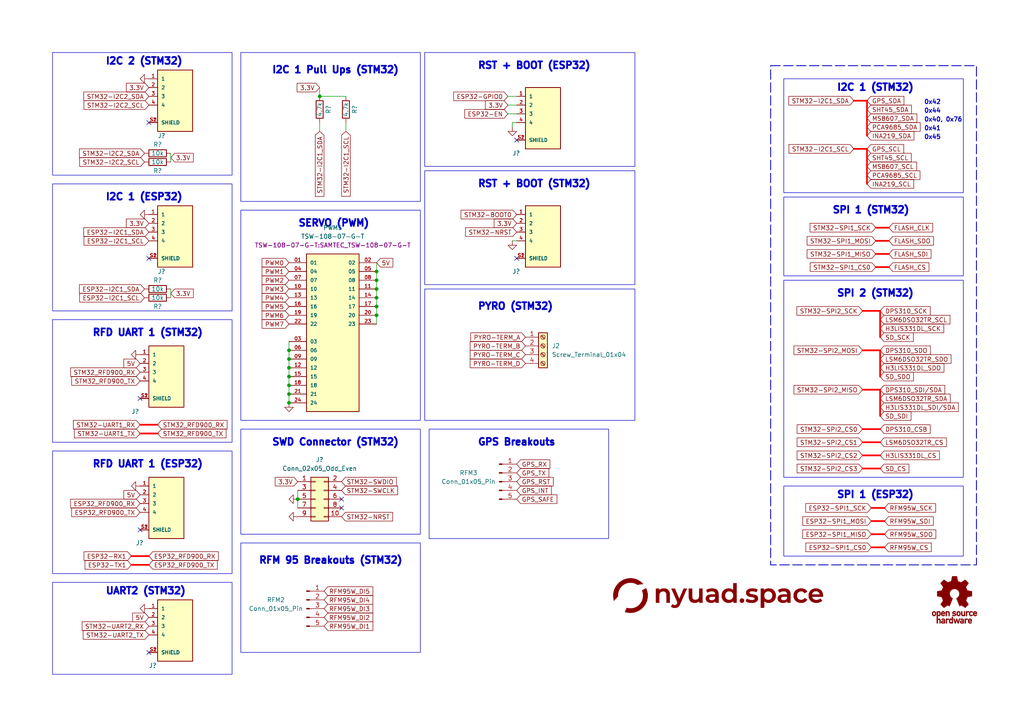
<source format=kicad_sch>
(kicad_sch (version 20230121) (generator eeschema)
  (paper "A4")
  (title_block (title "Connections & Peripherals") (company "Aether Flight Computer"))
  (lib_symbols
    (symbol "Connector:Conn_01x05_Pin" (pin_names (offset 1.016) hide)
      (property "Reference" "J" (at 0 7.62 0))
      (property "Value" "Conn_01x05_Pin" (at 0 -7.62 0))
      (symbol "Conn_01x05_Pin_1_1"
        (pin passive line (at 5.08 5.08 180) (length 3.81) (name "Pin_1") (number "1"))
        (pin passive line (at 5.08 2.54 180) (length 3.81) (name "Pin_2") (number "2"))
        (pin passive line (at 5.08 0 180) (length 3.81) (name "Pin_3") (number "3"))
        (pin passive line (at 5.08 -2.54 180) (length 3.81) (name "Pin_4") (number "4"))
        (pin passive line (at 5.08 -5.08 180) (length 3.81) (name "Pin_5") (number "5"))
      )
    )
    (symbol "Connector:Screw_Terminal_01x04" (pin_names (offset 1.016) hide)
      (property "Reference" "J" (at 0 5.08 0))
      (property "Value" "Screw_Terminal_01x04" (at 0 -7.62 0))
      (symbol "Screw_Terminal_01x04_1_1"
        (pin passive line (at -5.08 2.54 0) (length 3.81) (name "Pin_1") (number "1"))
        (pin passive line (at -5.08 0 0) (length 3.81) (name "Pin_2") (number "2"))
        (pin passive line (at -5.08 -2.54 0) (length 3.81) (name "Pin_3") (number "3"))
        (pin passive line (at -5.08 -5.08 0) (length 3.81) (name "Pin_4") (number "4"))
      )
    )
    (symbol "Connector_Generic:Conn_02x05_Odd_Even" (pin_names (offset 1.016) hide)
      (property "Reference" "J" (at 1.27 7.62 0))
      (property "Value" "Conn_02x05_Odd_Even" (at 1.27 -7.62 0))
      (symbol "Conn_02x05_Odd_Even_1_1"
        (pin passive line (at -5.08 5.08 0) (length 3.81) (name "Pin_1") (number "1"))
        (pin passive line (at 7.62 -5.08 180) (length 3.81) (name "Pin_10") (number "10"))
        (pin passive line (at 7.62 5.08 180) (length 3.81) (name "Pin_2") (number "2"))
        (pin passive line (at -5.08 2.54 0) (length 3.81) (name "Pin_3") (number "3"))
        (pin passive line (at 7.62 2.54 180) (length 3.81) (name "Pin_4") (number "4"))
        (pin passive line (at -5.08 0 0) (length 3.81) (name "Pin_5") (number "5"))
        (pin passive line (at 7.62 0 180) (length 3.81) (name "Pin_6") (number "6"))
        (pin passive line (at -5.08 -2.54 0) (length 3.81) (name "Pin_7") (number "7"))
        (pin passive line (at 7.62 -2.54 180) (length 3.81) (name "Pin_8") (number "8"))
        (pin passive line (at -5.08 -5.08 0) (length 3.81) (name "Pin_9") (number "9"))
      )
    )
    (symbol "Device:R" (pin_numbers hide) (pin_names (offset 0))
      (property "Reference" "R" (at 2.032 0 90))
      (property "Value" "R" (at 0 0 90))
      (symbol "R_1_1"
        (pin passive line (at 0 3.81 270) (length 1.27) (name "~") (number "1"))
        (pin passive line (at 0 -3.81 90) (length 1.27) (name "~") (number "2"))
      )
    )
    (symbol "SM04B-SRSS-TB_LF__SN_:SM04B-SRSS-TB(LF)(SN)" (pin_names (offset 1.016))
      (property "Reference" "J" (at -5.0831 8.1433 0))
      (property "Value" "SM04B-SRSS-TB(LF)(SN)" (at -5.0835 -11.9557 0))
      (symbol "SM04B-SRSS-TB(LF)(SN)_0_0"
        (pin passive line (at -7.62 5.08 0) (length 2.54) (name "1") (number "1"))
        (pin passive line (at -7.62 2.54 0) (length 2.54) (name "2") (number "2"))
        (pin passive line (at -7.62 0 0) (length 2.54) (name "3") (number "3"))
        (pin passive line (at -7.62 -2.54 0) (length 2.54) (name "4") (number "4"))
        (pin passive line (at -7.62 -7.62 0) (length 2.54) (name "SHIELD") (number "S1"))
        (pin passive line (at -7.62 -7.62 0) (length 2.54) (name "SHIELD") (number "S2"))
      )
    )
    (symbol "TSW-108-07-G-T:TSW-108-07-G-T" (pin_names (offset 1.016))
      (property "Reference" "J" (at -8.12 22.86 0))
      (property "Value" "TSW-108-07-G-T" (at -7.62 -25.4 0))
      (symbol "TSW-108-07-G-T_0_0"
        (pin passive line (at -12.7 20.32 0) (length 5.08) (name "01") (number "01"))
        (pin passive line (at 12.7 20.32 180) (length 5.08) (name "02") (number "02"))
        (pin passive line (at -12.7 -2.54 0) (length 5.08) (name "03") (number "03"))
        (pin passive line (at -12.7 17.78 0) (length 5.08) (name "04") (number "04"))
        (pin passive line (at 12.7 17.78 180) (length 5.08) (name "05") (number "05"))
        (pin passive line (at -12.7 -5.08 0) (length 5.08) (name "06") (number "06"))
        (pin passive line (at -12.7 15.24 0) (length 5.08) (name "07") (number "07"))
        (pin passive line (at 12.7 15.24 180) (length 5.08) (name "08") (number "08"))
        (pin passive line (at -12.7 -7.62 0) (length 5.08) (name "09") (number "09"))
        (pin passive line (at -12.7 12.7 0) (length 5.08) (name "10") (number "10"))
        (pin passive line (at 12.7 12.7 180) (length 5.08) (name "11") (number "11"))
        (pin passive line (at -12.7 -10.16 0) (length 5.08) (name "12") (number "12"))
        (pin passive line (at -12.7 10.16 0) (length 5.08) (name "13") (number "13"))
        (pin passive line (at 12.7 10.16 180) (length 5.08) (name "14") (number "14"))
        (pin passive line (at -12.7 -12.7 0) (length 5.08) (name "15") (number "15"))
        (pin passive line (at -12.7 7.62 0) (length 5.08) (name "16") (number "16"))
        (pin passive line (at 12.7 7.62 180) (length 5.08) (name "17") (number "17"))
        (pin passive line (at -12.7 -15.24 0) (length 5.08) (name "18") (number "18"))
        (pin passive line (at -12.7 5.08 0) (length 5.08) (name "19") (number "19"))
        (pin passive line (at 12.7 5.08 180) (length 5.08) (name "20") (number "20"))
        (pin passive line (at -12.7 -17.78 0) (length 5.08) (name "21") (number "21"))
        (pin passive line (at -12.7 2.54 0) (length 5.08) (name "22") (number "22"))
        (pin passive line (at 12.7 2.54 180) (length 5.08) (name "23") (number "23"))
        (pin passive line (at -12.7 -20.32 0) (length 5.08) (name "24") (number "24"))
      )
    )
    (symbol "nyuad_space:LOGO" (pin_names (offset 1.016)))
    (symbol "osh_logo:LOGO" (pin_names (offset 1.016)))
    (symbol "power:GND" (power) (pin_names (offset 0))
      (property "Value" "GND" (at 0 -3.81 0))
      (symbol "GND_1_1"
        (pin power_in line (at 0 0 270) (length 0) hide (name "GND") (number "1"))
      )
    )
  )
  (junction (at 109.22 83.82))
  (junction (at 83.82 101.6))
  (junction (at 83.82 104.14))
  (junction (at 83.82 111.76))
  (junction (at 109.22 88.9))
  (junction (at 83.82 106.68))
  (junction (at 92.71 27.94))
  (junction (at 86.36 144.78))
  (junction (at 109.22 91.44))
  (junction (at 83.82 116.84))
  (junction (at 83.82 109.22))
  (junction (at 83.82 114.3))
  (junction (at 109.22 81.28))
  (junction (at 109.22 86.36))
  (junction (at 109.22 78.74))
  (no_connect (at 149.86 74.93))
  (no_connect (at 40.64 115.57))
  (no_connect (at 99.06 147.32))
  (no_connect (at 99.06 144.78))
  (no_connect (at 43.18 35.56))
  (no_connect (at 149.86 40.64))
  (no_connect (at 43.18 74.93))
  (no_connect (at 40.64 153.67))
  (no_connect (at 43.18 189.23))
  (wire (pts (xy 92.71 27.94) (xy 100.33 27.94)))
  (wire (pts (xy 255.27 128.27) (xy 250.19 128.27)) (stroke (width 0.5) (color 255 0 0 1)))
  (wire (pts (xy 92.71 35.56) (xy 92.71 38.1)))
  (wire (pts (xy 83.82 111.76) (xy 83.82 114.3)))
  (wire (pts (xy 49.53 83.82) (xy 49.53 86.36)))
  (wire (pts (xy 255.27 101.6) (xy 250.19 101.6)) (stroke (width 0.5) (color 255 0 0 1)))
  (wire (pts (xy 257.81 73.66) (xy 254 73.66)) (stroke (width 0.5) (color 255 0 0 1)))
  (wire (pts (xy 43.18 163.83) (xy 38.1 163.83)) (stroke (width 0.5) (color 255 0 0 1)))
  (wire (pts (xy 251.46 29.21) (xy 251.46 39.37)) (stroke (width 0.5) (color 255 0 0 1)))
  (wire (pts (xy 149.86 30.48) (xy 147.32 30.48)))
  (wire (pts (xy 109.22 76.2) (xy 109.22 78.74)))
  (wire (pts (xy 109.22 86.36) (xy 109.22 88.9)))
  (wire (pts (xy 86.36 142.24) (xy 86.36 144.78)))
  (wire (pts (xy 257.81 66.04) (xy 254 66.04)) (stroke (width 0.5) (color 255 0 0 1)))
  (wire (pts (xy 251.46 43.18) (xy 251.46 53.34)) (stroke (width 0.5) (color 255 0 0 1)))
  (wire (pts (xy 255.27 124.46) (xy 250.19 124.46)) (stroke (width 0.5) (color 255 0 0 1)))
  (wire (pts (xy 109.22 78.74) (xy 109.22 81.28)))
  (wire (pts (xy 251.46 43.18) (xy 247.65 43.18)) (stroke (width 0.5) (color 255 0 0 1)))
  (wire (pts (xy 255.27 101.6) (xy 255.27 109.22)) (stroke (width 0.5) (color 255 0 0 1)))
  (wire (pts (xy 86.36 144.78) (xy 86.36 147.32)))
  (wire (pts (xy 45.72 125.73) (xy 40.64 125.73)) (stroke (width 0.5) (color 255 0 0 1)))
  (wire (pts (xy 148.59 69.85) (xy 149.86 69.85)))
  (wire (pts (xy 256.54 151.13) (xy 252.73 151.13)) (stroke (width 0.5) (color 255 0 0 1)))
  (wire (pts (xy 83.82 114.3) (xy 83.82 116.84)))
  (wire (pts (xy 92.71 25.4) (xy 92.71 27.94)))
  (wire (pts (xy 255.27 132.08) (xy 250.19 132.08)) (stroke (width 0.5) (color 255 0 0 1)))
  (wire (pts (xy 109.22 83.82) (xy 109.22 86.36)))
  (wire (pts (xy 255.27 135.89) (xy 250.19 135.89)) (stroke (width 0.5) (color 255 0 0 1)))
  (wire (pts (xy 83.82 101.6) (xy 83.82 104.14)))
  (wire (pts (xy 45.72 123.19) (xy 40.64 123.19)) (stroke (width 0.5) (color 255 0 0 1)))
  (wire (pts (xy 255.27 113.03) (xy 250.19 113.03)) (stroke (width 0.5) (color 255 0 0 1)))
  (wire (pts (xy 255.27 113.03) (xy 255.27 120.65)) (stroke (width 0.5) (color 255 0 0 1)))
  (wire (pts (xy 255.27 90.17) (xy 250.19 90.17)) (stroke (width 0.5) (color 255 0 0 1)))
  (wire (pts (xy 49.53 44.45) (xy 49.53 46.99)))
  (wire (pts (xy 109.22 81.28) (xy 109.22 83.82)))
  (wire (pts (xy 147.32 33.02) (xy 149.86 33.02)))
  (wire (pts (xy 257.81 69.85) (xy 254 69.85)) (stroke (width 0.5) (color 255 0 0 1)))
  (wire (pts (xy 257.81 77.47) (xy 254 77.47)) (stroke (width 0.5) (color 255 0 0 1)))
  (wire (pts (xy 83.82 109.22) (xy 83.82 111.76)))
  (wire (pts (xy 255.27 90.17) (xy 255.27 97.79)) (stroke (width 0.5) (color 255 0 0 1)))
  (wire (pts (xy 251.46 29.21) (xy 247.65 29.21)) (stroke (width 0.5) (color 255 0 0 1)))
  (wire (pts (xy 256.54 158.75) (xy 252.73 158.75)) (stroke (width 0.5) (color 255 0 0 1)))
  (wire (pts (xy 256.54 154.94) (xy 252.73 154.94)) (stroke (width 0.5) (color 255 0 0 1)))
  (wire (pts (xy 148.59 36.83) (xy 148.59 35.56)))
  (wire (pts (xy 256.54 147.32) (xy 252.73 147.32)) (stroke (width 0.5) (color 255 0 0 1)))
  (wire (pts (xy 100.33 35.56) (xy 100.33 38.1)))
  (wire (pts (xy 43.18 161.29) (xy 38.1 161.29)) (stroke (width 0.5) (color 255 0 0 1)))
  (wire (pts (xy 147.32 27.94) (xy 149.86 27.94)))
  (wire (pts (xy 83.82 106.68) (xy 83.82 109.22)))
  (wire (pts (xy 83.82 104.14) (xy 83.82 106.68)))
  (wire (pts (xy 83.82 99.06) (xy 83.82 101.6)))
  (wire (pts (xy 148.59 35.56) (xy 149.86 35.56)))
  (wire (pts (xy 109.22 88.9) (xy 109.22 91.44)))
  (wire (pts (xy 109.22 91.44) (xy 109.22 93.98)))
  (rectangle (start 227.33 57.15) (end 279.4 80.01))
  (rectangle (start 227.33 22.86) (end 279.4 55.88))
  (rectangle (start 123.19 49.53) (end 184.15 82.55))
  (rectangle (start 227.33 140.97) (end 279.4 161.29))
  (rectangle (start 124.46 124.46) (end 176.53 156.21))
  (rectangle (start 227.33 81.28) (end 279.4 138.43))
  (rectangle (start 15.24 168.91) (end 67.31 195.58))
  (rectangle (start 123.19 83.82) (end 184.15 121.92))
  (rectangle (start 69.85 60.96) (end 121.92 121.92))
  (rectangle (start 69.85 157.48) (end 121.92 189.23))
  (rectangle (start 15.24 53.34) (end 67.31 90.17))
  (rectangle (start 15.24 130.81) (end 67.31 166.37))
  (rectangle (start 123.19 15.24) (end 184.15 48.26))
  (rectangle (start 223.52 19.05) (end 283.21 163.83) (stroke (width 0.25) (type dash)))
  (rectangle (start 69.85 15.24) (end 121.92 58.42))
  (rectangle (start 69.85 124.46) (end 121.92 154.94))
  (rectangle (start 15.24 92.71) (end 67.31 128.27))
  (rectangle (start 15.24 15.24) (end 67.31 50.8))
  (text "SERVO (PWM)" (at 86.36 66.04 0) (effects (font (size 2 2) (thickness 0.8) bold) (justify left bottom)))
  (text "I2C 1 Pull Ups (STM32)" (at 78.74 21.59 0) (effects (font (size 2 2) (thickness 0.8) bold) (justify left bottom)))
  (text "RFD UART 1 (ESP32)" (at 26.67 135.89 0) (effects (font (size 2 2) (thickness 0.8) bold) (justify left bottom)))
  (text "I2C 2 (STM32)" (at 30.48 19.05 0) (effects (font (size 2 2) (thickness 0.8) bold) (justify left bottom)))
  (text "UART2 (STM32)" (at 30.48 172.72 0) (effects (font (size 2 2) (thickness 0.8) bold) (justify left bottom)))
  (text "0x45" (at 267.97 40.64 0) (effects (font (size 1.27 1.27) bold) (justify left bottom)))
  (text "RFM 95 Breakouts (STM32)" (at 74.93 163.83 0) (effects (font (size 2 2) (thickness 0.8) bold) (justify left bottom)))
  (text "PYRO (STM32)" (at 138.43 90.17 0) (effects (font (size 2 2) (thickness 0.8) bold) (justify left bottom)))
  (text "SWD Connector (STM32)" (at 78.74 129.54 0) (effects (font (size 2 2) (thickness 0.8) bold) (justify left bottom)))
  (text "0x40, 0x76" (at 267.97 35.56 0) (effects (font (size 1.27 1.27) bold) (justify left bottom)))
  (text "GPS Breakouts\n" (at 138.43 129.54 0) (effects (font (size 2 2) (thickness 0.8) bold) (justify left bottom)))
  (text "RFD UART 1 (STM32)" (at 26.67 97.79 0) (effects (font (size 2 2) (thickness 0.8) bold) (justify left bottom)))
  (text "SPI 1 (ESP32)" (at 242.57 144.78 0) (effects (font (size 2 2) (thickness 0.8) bold) (justify left bottom)))
  (text "0x41" (at 267.97 38.1 0) (effects (font (size 1.27 1.27) bold) (justify left bottom)))
  (text "0x42" (at 267.97 30.48 0) (effects (font (size 1.27 1.27) bold) (justify left bottom)))
  (text "SPI 1 (STM32)" (at 241.3 62.23 0) (effects (font (size 2 2) (thickness 0.8) bold) (justify left bottom)))
  (text "I2C 1 (STM32)" (at 242.57 26.67 0) (effects (font (size 2 2) (thickness 0.8) bold) (justify left bottom)))
  (text "0x44" (at 267.97 33.02 0) (effects (font (size 1.27 1.27) bold) (justify left bottom)))
  (text "RST + BOOT (STM32)" (at 138.43 54.61 0) (effects (font (size 2 2) (thickness 0.8) bold) (justify left bottom)))
  (text "SPI 2 (STM32)" (at 242.57 86.36 0) (effects (font (size 2 2) (thickness 0.8) bold) (justify left bottom)))
  (text "I2C 1 (ESP32)" (at 30.48 58.42 0) (effects (font (size 2 2) (thickness 0.8) bold) (justify left bottom)))
  (text "RST + BOOT (ESP32)" (at 138.43 20.32 0) (effects (font (size 2 2) (thickness 0.8) bold) (justify left bottom)))
  (global_label "STM32-I2C2_SCL" (shape input) (at 41.91 46.99 180) (property "Intersheetrefs" "${INTERSHEET_REFS}" (effects hide)))
  (global_label "STM32-UART2_TX" (shape input) (at 43.18 184.15 180) (property "Intersheetrefs" "${INTERSHEET_REFS}" (effects hide)))
  (global_label "GPS_RX" (shape input) (at 149.86 134.62 0) (property "Intersheetrefs" "${INTERSHEET_REFS}" (effects hide)))
  (global_label "ESP32-I2C1_SCL" (shape input) (at 41.91 86.36 180) (property "Intersheetrefs" "${INTERSHEET_REFS}" (effects hide)))
  (global_label "STM32-UART1_TX" (shape input) (at 40.64 125.73 180) (property "Intersheetrefs" "${INTERSHEET_REFS}" (effects hide)))
  (global_label "STM32_RFD900_TX" (shape input) (at 45.72 125.73 0) (property "Intersheetrefs" "${INTERSHEET_REFS}" (effects hide)))
  (global_label "3.3V" (shape input) (at 149.86 64.77 180) (property "Intersheetrefs" "${INTERSHEET_REFS}" (effects hide)))
  (global_label "STM32-SWCLK" (shape input) (at 99.06 142.24 0) (property "Intersheetrefs" "${INTERSHEET_REFS}" (effects hide)))
  (global_label "FLASH_CS" (shape input) (at 257.81 77.47 0) (property "Intersheetrefs" "${INTERSHEET_REFS}" (effects hide)))
  (global_label "STM32-SPI1_CS0" (shape input) (at 254 77.47 180) (property "Intersheetrefs" "${INTERSHEET_REFS}" (effects hide)))
  (global_label "STM32-BOOT0" (shape input) (at 149.86 62.23 180) (property "Intersheetrefs" "${INTERSHEET_REFS}" (effects hide)))
  (global_label "RFM95W_DI5" (shape input) (at 93.98 171.45 0) (property "Intersheetrefs" "${INTERSHEET_REFS}" (effects hide)))
  (global_label "GPS_TX" (shape input) (at 149.86 137.16 0) (property "Intersheetrefs" "${INTERSHEET_REFS}" (effects hide)))
  (global_label "INA219_SCL" (shape input) (at 251.46 53.34 0) (property "Intersheetrefs" "${INTERSHEET_REFS}" (effects hide)))
  (global_label "ESP32-EN" (shape input) (at 147.32 33.02 180) (property "Intersheetrefs" "${INTERSHEET_REFS}" (effects hide)))
  (global_label "STM32-SPI2_SCK" (shape input) (at 250.19 90.17 180) (property "Intersheetrefs" "${INTERSHEET_REFS}" (effects hide)))
  (global_label "STM32-I2C1_SCL" (shape input) (at 247.65 43.18 180) (property "Intersheetrefs" "${INTERSHEET_REFS}" (effects hide)))
  (global_label "RFM95W_DI4" (shape input) (at 93.98 173.99 0) (property "Intersheetrefs" "${INTERSHEET_REFS}" (effects hide)))
  (global_label "ESP32-I2C1_SDA" (shape input) (at 41.91 83.82 180) (property "Intersheetrefs" "${INTERSHEET_REFS}" (effects hide)))
  (global_label "GPS_SAFE" (shape input) (at 149.86 144.78 0) (property "Intersheetrefs" "${INTERSHEET_REFS}" (effects hide)))
  (global_label "PYRO-TERM_C" (shape input) (at 152.4 102.87 180) (property "Intersheetrefs" "${INTERSHEET_REFS}" (effects hide)))
  (global_label "ESP32_RFD900_TX" (shape input) (at 40.64 148.59 180) (property "Intersheetrefs" "${INTERSHEET_REFS}" (effects hide)))
  (global_label "RFM95W_SDI" (shape input) (at 256.54 151.13 0) (property "Intersheetrefs" "${INTERSHEET_REFS}" (effects hide)))
  (global_label "PWM0" (shape input) (at 83.82 76.2 180) (property "Intersheetrefs" "${INTERSHEET_REFS}" (effects hide)))
  (global_label "STM32-NRST" (shape input) (at 149.86 67.31 180) (property "Intersheetrefs" "${INTERSHEET_REFS}" (effects hide)))
  (global_label "LSM6DSO32TR_CS" (shape input) (at 255.27 128.27 0) (property "Intersheetrefs" "${INTERSHEET_REFS}" (effects hide)))
  (global_label "ESP32-I2C1_SDA" (shape input) (at 43.18 67.31 180) (property "Intersheetrefs" "${INTERSHEET_REFS}" (effects hide)))
  (global_label "3.3V" (shape input) (at 49.53 45.72 0) (property "Intersheetrefs" "${INTERSHEET_REFS}" (effects hide)))
  (global_label "MS8607_SDA" (shape input) (at 251.46 34.29 0) (property "Intersheetrefs" "${INTERSHEET_REFS}" (effects hide)))
  (global_label "RFM95W_DI3" (shape input) (at 93.98 176.53 0) (property "Intersheetrefs" "${INTERSHEET_REFS}" (effects hide)))
  (global_label "STM32-I2C2_SDA" (shape input) (at 41.91 44.45 180) (property "Intersheetrefs" "${INTERSHEET_REFS}" (effects hide)))
  (global_label "5V" (shape input) (at 109.22 76.2 0) (property "Intersheetrefs" "${INTERSHEET_REFS}" (effects hide)))
  (global_label "PYRO-TERM_A" (shape input) (at 152.4 97.79 180) (property "Intersheetrefs" "${INTERSHEET_REFS}" (effects hide)))
  (global_label "H3LIS331DL_SDO" (shape input) (at 255.27 106.68 0) (property "Intersheetrefs" "${INTERSHEET_REFS}" (effects hide)))
  (global_label "STM32_RFD900_RX" (shape input) (at 45.72 123.19 0) (property "Intersheetrefs" "${INTERSHEET_REFS}" (effects hide)))
  (global_label "MS8607_SCL" (shape input) (at 251.46 48.26 0) (property "Intersheetrefs" "${INTERSHEET_REFS}" (effects hide)))
  (global_label "PWM7" (shape input) (at 83.82 93.98 180) (property "Intersheetrefs" "${INTERSHEET_REFS}" (effects hide)))
  (global_label "ESP32-SPI1_MISO" (shape input) (at 252.73 154.94 180) (property "Intersheetrefs" "${INTERSHEET_REFS}" (effects hide)))
  (global_label "PWM4" (shape input) (at 83.82 86.36 180) (property "Intersheetrefs" "${INTERSHEET_REFS}" (effects hide)))
  (global_label "PWM3" (shape input) (at 83.82 83.82 180) (property "Intersheetrefs" "${INTERSHEET_REFS}" (effects hide)))
  (global_label "5V" (shape input) (at 40.64 143.51 180) (property "Intersheetrefs" "${INTERSHEET_REFS}" (effects hide)))
  (global_label "ESP32_RFD900_RX" (shape input) (at 40.64 146.05 180) (property "Intersheetrefs" "${INTERSHEET_REFS}" (effects hide)))
  (global_label "SHT45_SCL" (shape input) (at 251.46 45.72 0) (property "Intersheetrefs" "${INTERSHEET_REFS}" (effects hide)))
  (global_label "STM32-I2C1_SDA" (shape input) (at 92.71 38.1 270) (property "Intersheetrefs" "${INTERSHEET_REFS}" (effects hide)))
  (global_label "LSM6DSO32TR_SDO" (shape input) (at 255.27 104.14 0) (property "Intersheetrefs" "${INTERSHEET_REFS}" (effects hide)))
  (global_label "INA219_SDA" (shape input) (at 251.46 39.37 0) (property "Intersheetrefs" "${INTERSHEET_REFS}" (effects hide)))
  (global_label "ESP32-GPIO0" (shape input) (at 147.32 27.94 180) (property "Intersheetrefs" "${INTERSHEET_REFS}" (effects hide)))
  (global_label "RFM95W_CS" (shape input) (at 256.54 158.75 0) (property "Intersheetrefs" "${INTERSHEET_REFS}" (effects hide)))
  (global_label "SD_SDI" (shape input) (at 255.27 120.65 0) (property "Intersheetrefs" "${INTERSHEET_REFS}" (effects hide)))
  (global_label "RFM95W_SCK" (shape input) (at 256.54 147.32 0) (property "Intersheetrefs" "${INTERSHEET_REFS}" (effects hide)))
  (global_label "ESP32-I2C1_SCL" (shape input) (at 43.18 69.85 180) (property "Intersheetrefs" "${INTERSHEET_REFS}" (effects hide)))
  (global_label "DPS310_CSB" (shape input) (at 255.27 124.46 0) (property "Intersheetrefs" "${INTERSHEET_REFS}" (effects hide)))
  (global_label "5V" (shape input) (at 43.18 179.07 180) (property "Intersheetrefs" "${INTERSHEET_REFS}" (effects hide)))
  (global_label "STM32-SPI1_MISO" (shape input) (at 254 73.66 180) (property "Intersheetrefs" "${INTERSHEET_REFS}" (effects hide)))
  (global_label "FLASH_SDO" (shape input) (at 257.81 69.85 0) (property "Intersheetrefs" "${INTERSHEET_REFS}" (effects hide)))
  (global_label "GPS_SDA" (shape input) (at 251.46 29.21 0) (property "Intersheetrefs" "${INTERSHEET_REFS}" (effects hide)))
  (global_label "ESP32_RFD900_RX" (shape input) (at 43.18 161.29 0) (property "Intersheetrefs" "${INTERSHEET_REFS}" (effects hide)))
  (global_label "3.3V" (shape input) (at 43.18 25.4 180) (property "Intersheetrefs" "${INTERSHEET_REFS}" (effects hide)))
  (global_label "3.3V" (shape input) (at 43.18 64.77 180) (property "Intersheetrefs" "${INTERSHEET_REFS}" (effects hide)))
  (global_label "LSM6DSO32TR_SDA" (shape input) (at 255.27 115.57 0) (property "Intersheetrefs" "${INTERSHEET_REFS}" (effects hide)))
  (global_label "STM32-SPI2_MISO" (shape input) (at 250.19 113.03 180) (property "Intersheetrefs" "${INTERSHEET_REFS}" (effects hide)))
  (global_label "STM32-I2C1_SDA" (shape input) (at 247.65 29.21 180) (property "Intersheetrefs" "${INTERSHEET_REFS}" (effects hide)))
  (global_label "STM32-I2C2_SCL" (shape input) (at 43.18 30.48 180) (property "Intersheetrefs" "${INTERSHEET_REFS}" (effects hide)))
  (global_label "STM32-SPI1_SCK" (shape input) (at 254 66.04 180) (property "Intersheetrefs" "${INTERSHEET_REFS}" (effects hide)))
  (global_label "RFM95W_SDO" (shape input) (at 256.54 154.94 0) (property "Intersheetrefs" "${INTERSHEET_REFS}" (effects hide)))
  (global_label "SHT45_SDA" (shape input) (at 251.46 31.75 0) (property "Intersheetrefs" "${INTERSHEET_REFS}" (effects hide)))
  (global_label "PYRO-TERM_B" (shape input) (at 152.4 100.33 180) (property "Intersheetrefs" "${INTERSHEET_REFS}" (effects hide)))
  (global_label "SD_CS" (shape input) (at 255.27 135.89 0) (property "Intersheetrefs" "${INTERSHEET_REFS}" (effects hide)))
  (global_label "FLASH_SDI" (shape input) (at 257.81 73.66 0) (property "Intersheetrefs" "${INTERSHEET_REFS}" (effects hide)))
  (global_label "PCA9685_SCL" (shape input) (at 251.46 50.8 0) (property "Intersheetrefs" "${INTERSHEET_REFS}" (effects hide)))
  (global_label "H3LIS331DL_SDI{slash}SDA" (shape input) (at 255.27 118.11 0) (property "Intersheetrefs" "${INTERSHEET_REFS}" (effects hide)))
  (global_label "STM32-SPI2_CS2" (shape input) (at 250.19 132.08 180) (property "Intersheetrefs" "${INTERSHEET_REFS}" (effects hide)))
  (global_label "STM32-NRST" (shape input) (at 99.06 149.86 0) (property "Intersheetrefs" "${INTERSHEET_REFS}" (effects hide)))
  (global_label "PWM5" (shape input) (at 83.82 88.9 180) (property "Intersheetrefs" "${INTERSHEET_REFS}" (effects hide)))
  (global_label "DPS310_SCK" (shape input) (at 255.27 90.17 0) (property "Intersheetrefs" "${INTERSHEET_REFS}" (effects hide)))
  (global_label "LSM6DSO32TR_SCL" (shape input) (at 255.27 92.71 0) (property "Intersheetrefs" "${INTERSHEET_REFS}" (effects hide)))
  (global_label "STM32-UART1_RX" (shape input) (at 40.64 123.19 180) (property "Intersheetrefs" "${INTERSHEET_REFS}" (effects hide)))
  (global_label "STM32-SWDIO" (shape input) (at 99.06 139.7 0) (property "Intersheetrefs" "${INTERSHEET_REFS}" (effects hide)))
  (global_label "STM32-SPI1_MOSI" (shape input) (at 254 69.85 180) (property "Intersheetrefs" "${INTERSHEET_REFS}" (effects hide)))
  (global_label "3.3V" (shape input) (at 49.53 85.09 0) (property "Intersheetrefs" "${INTERSHEET_REFS}" (effects hide)))
  (global_label "ESP32-SPI1_MOSI" (shape input) (at 252.73 151.13 180) (property "Intersheetrefs" "${INTERSHEET_REFS}" (effects hide)))
  (global_label "3.3V" (shape input) (at 147.32 30.48 180) (property "Intersheetrefs" "${INTERSHEET_REFS}" (effects hide)))
  (global_label "PCA9685_SDA" (shape input) (at 251.46 36.83 0) (property "Intersheetrefs" "${INTERSHEET_REFS}" (effects hide)))
  (global_label "GPS_INT" (shape input) (at 149.86 142.24 0) (property "Intersheetrefs" "${INTERSHEET_REFS}" (effects hide)))
  (global_label "STM32-SPI2_CS0" (shape input) (at 250.19 124.46 180) (property "Intersheetrefs" "${INTERSHEET_REFS}" (effects hide)))
  (global_label "3.3V" (shape input) (at 92.71 25.4 180) (property "Intersheetrefs" "${INTERSHEET_REFS}" (effects hide)))
  (global_label "ESP32-RX1" (shape input) (at 38.1 161.29 180) (property "Intersheetrefs" "${INTERSHEET_REFS}" (effects hide)))
  (global_label "RFM95W_DI1" (shape input) (at 93.98 181.61 0) (property "Intersheetrefs" "${INTERSHEET_REFS}" (effects hide)))
  (global_label "PWM6" (shape input) (at 83.82 91.44 180) (property "Intersheetrefs" "${INTERSHEET_REFS}" (effects hide)))
  (global_label "STM32-I2C1_SCL" (shape input) (at 100.33 38.1 270) (property "Intersheetrefs" "${INTERSHEET_REFS}" (effects hide)))
  (global_label "STM32-SPI2_CS1" (shape input) (at 250.19 128.27 180) (property "Intersheetrefs" "${INTERSHEET_REFS}" (effects hide)))
  (global_label "PYRO-TERM_D" (shape input) (at 152.4 105.41 180) (property "Intersheetrefs" "${INTERSHEET_REFS}" (effects hide)))
  (global_label "5V" (shape input) (at 40.64 105.41 180) (property "Intersheetrefs" "${INTERSHEET_REFS}" (effects hide)))
  (global_label "STM32_RFD900_RX" (shape input) (at 40.64 107.95 180) (property "Intersheetrefs" "${INTERSHEET_REFS}" (effects hide)))
  (global_label "STM32-SPI2_CS3" (shape input) (at 250.19 135.89 180) (property "Intersheetrefs" "${INTERSHEET_REFS}" (effects hide)))
  (global_label "FLASH_CLK" (shape input) (at 257.81 66.04 0) (property "Intersheetrefs" "${INTERSHEET_REFS}" (effects hide)))
  (global_label "DPS310_SDO" (shape input) (at 255.27 101.6 0) (property "Intersheetrefs" "${INTERSHEET_REFS}" (effects hide)))
  (global_label "DPS310_SDI{slash}SDA" (shape input) (at 255.27 113.03 0) (property "Intersheetrefs" "${INTERSHEET_REFS}" (effects hide)))
  (global_label "PWM1" (shape input) (at 83.82 78.74 180) (property "Intersheetrefs" "${INTERSHEET_REFS}" (effects hide)))
  (global_label "ESP32-SPI1_CS0" (shape input) (at 252.73 158.75 180) (property "Intersheetrefs" "${INTERSHEET_REFS}" (effects hide)))
  (global_label "GPS_RST" (shape input) (at 149.86 139.7 0) (property "Intersheetrefs" "${INTERSHEET_REFS}" (effects hide)))
  (global_label "SD_SCK" (shape input) (at 255.27 97.79 0) (property "Intersheetrefs" "${INTERSHEET_REFS}" (effects hide)))
  (global_label "ESP32-SPI1_SCK" (shape input) (at 252.73 147.32 180) (property "Intersheetrefs" "${INTERSHEET_REFS}" (effects hide)))
  (global_label "GPS_SCL" (shape input) (at 251.46 43.18 0) (property "Intersheetrefs" "${INTERSHEET_REFS}" (effects hide)))
  (global_label "H3LIS331DL_CS" (shape input) (at 255.27 132.08 0) (property "Intersheetrefs" "${INTERSHEET_REFS}" (effects hide)))
  (global_label "ESP32-TX1" (shape input) (at 38.1 163.83 180) (property "Intersheetrefs" "${INTERSHEET_REFS}" (effects hide)))
  (global_label "H3LIS331DL_SCK" (shape input) (at 255.27 95.25 0) (property "Intersheetrefs" "${INTERSHEET_REFS}" (effects hide)))
  (global_label "3.3V" (shape input) (at 86.36 139.7 180) (property "Intersheetrefs" "${INTERSHEET_REFS}" (effects hide)))
  (global_label "RFM95W_DI2" (shape input) (at 93.98 179.07 0) (property "Intersheetrefs" "${INTERSHEET_REFS}" (effects hide)))
  (global_label "STM32-I2C2_SDA" (shape input) (at 43.18 27.94 180) (property "Intersheetrefs" "${INTERSHEET_REFS}" (effects hide)))
  (global_label "ESP32_RFD900_TX" (shape input) (at 43.18 163.83 0) (property "Intersheetrefs" "${INTERSHEET_REFS}" (effects hide)))
  (global_label "PWM2" (shape input) (at 83.82 81.28 180) (property "Intersheetrefs" "${INTERSHEET_REFS}" (effects hide)))
  (global_label "STM32_RFD900_TX" (shape input) (at 40.64 110.49 180) (property "Intersheetrefs" "${INTERSHEET_REFS}" (effects hide)))
  (global_label "STM32-UART2_RX" (shape input) (at 43.18 181.61 180) (property "Intersheetrefs" "${INTERSHEET_REFS}" (effects hide)))
  (global_label "SD_SDO" (shape input) (at 255.27 109.22 0) (property "Intersheetrefs" "${INTERSHEET_REFS}" (effects hide)))
  (global_label "STM32-SPI2_MOSI" (shape input) (at 250.19 101.6 180) (property "Intersheetrefs" "${INTERSHEET_REFS}" (effects hide)))
  (symbol (lib_id "power:GND") (at 40.64 102.87 270) (unit 1)
    (property "Reference" "#PWR?" (effects hide))
    (property "Value" "GND" (effects hide))
    (instances (project "aether" (path "" (reference "#PWR?") (unit 1)) (path "" (reference "#PWR0166") (unit 1))))
  )
  (symbol (lib_id "Connector:Conn_01x05_Pin") (at 144.78 139.7 0) (unit 1)
    (property "Reference" "RFM3" (at 135.89 137.16 0))
    (property "Value" "Conn_01x05_Pin" (at 135.89 139.7 0))
    (property "Footprint" "Connector_PinHeader_1.27mm:PinHeader_1x05_P1.27mm_Vertical" (effects hide))
  )
  (symbol (lib_id "SM04B-SRSS-TB_LF__SN_:SM04B-SRSS-TB(LF)(SN)") (at 48.26 107.95 0) (unit 1)
    (property "Reference" "J?" (at 38.1 119.38 0) (effects (justify left)))
    (property "Value" "SM04B-SRSS-TB(LF)(SN)" (effects hide))
    (property "Footprint" "JST_SM04B-SRSS-TB(LF)(SN)" (effects hide))
    (property "STANDARD" "Manufacturer recommendations" (effects hide))
    (property "MANUFACTURER" "JST" (effects hide))
    (instances (project "aether" (path "" (reference "J?") (unit 1)) (path "" (reference "UART1-RFD-STM1") (unit 1))))
  )
  (symbol (lib_id "power:GND") (at 86.36 144.78 270) (unit 1)
    (property "Reference" "#PWR?" (effects hide))
    (property "Value" "GND" (effects hide))
    (instances (project "aether" (path "" (reference "#PWR?") (unit 1)) (path "" (reference "#PWR?") (unit 1)) (path "" (reference "#PWR0163") (unit 1))))
  )
  (symbol (lib_id "SM04B-SRSS-TB_LF__SN_:SM04B-SRSS-TB(LF)(SN)") (at 50.8 181.61 0) (unit 1)
    (property "Reference" "J?" (at 43.18 193.04 0) (effects (justify left)))
    (property "Value" "SM04B-SRSS-TB(LF)(SN)" (effects hide))
    (property "Footprint" "JST_SM04B-SRSS-TB(LF)(SN)" (effects hide))
    (property "STANDARD" "Manufacturer recommendations" (effects hide))
    (property "MANUFACTURER" "JST" (effects hide))
    (instances (project "aether" (path "" (reference "J?") (unit 1)) (path "" (reference "UART2-STM1") (unit 1))))
  )
  (symbol (lib_id "power:GND") (at 148.59 36.83 0) (unit 1)
    (property "Reference" "#PWR?" (effects hide))
    (property "Value" "GND" (effects hide))
    (instances (project "aether" (path "" (reference "#PWR?") (unit 1)) (path "" (reference "#PWR?") (unit 1)) (path "" (reference "#PWR0160") (unit 1))))
  )
  (symbol (lib_id "SM04B-SRSS-TB_LF__SN_:SM04B-SRSS-TB(LF)(SN)") (at 157.48 33.02 0) (unit 1)
    (property "Reference" "J?" (at 148.59 44.45 0) (effects (justify left)))
    (property "Value" "SM04B-SRSS-TB(LF)(SN)" (effects hide))
    (property "Footprint" "JST_SM04B-SRSS-TB(LF)(SN)" (effects hide))
    (property "STANDARD" "Manufacturer recommendations" (effects hide))
    (property "MANUFACTURER" "JST" (effects hide))
    (instances (project "aether" (path "" (reference "J?") (unit 1)) (path "" (reference "RST-BOOT-ESP1") (unit 1))))
  )
  (symbol (lib_id "TSW-108-07-G-T:TSW-108-07-G-T") (at 96.52 96.52 0) (unit 1)
    (property "Reference" "PWM1" (at 96.52 66.04 0))
    (property "Value" "TSW-108-07-G-T" (at 96.52 68.58 0))
    (property "Footprint" "TSW-108-07-G-T:SAMTEC_TSW-108-07-G-T" (at 96.52 71.12 0))
    (property "MF" "Samtec" (effects hide))
    (property "Description" "\nTSW - Samtec 2.54mm Pin Header 10.92mm Overall Pin Length (07) - Fast Stock\n" (effects hide))
    (property "Package" "None" (effects hide))
    (property "Price" "None" (effects hide))
    (property "Check_prices" "https://www.snapeda.com/parts/TSW-108-07-G-T/Samtec+Inc./view-part/?ref=eda" (effects hide))
    (property "STANDARD" "Manufacturer Recommendations" (effects hide))
    (property "PARTREV" "R" (effects hide))
    (property "SnapEDA_Link" "https://www.snapeda.com/parts/TSW-108-07-G-T/Samtec+Inc./view-part/?ref=snap" (effects hide))
    (property "MP" "TSW-108-07-G-T" (effects hide))
    (property "Purchase-URL" "https://www.snapeda.com/api/url_track_click_mouser/?unipart_id=2875615&manufacturer=Samtec&part_name=TSW-108-07-G-T&search_term=tsw-108-07-g-t" (effects hide))
    (property "Availability" "In Stock" (effects hide))
    (property "MANUFACTURER" "Samtec" (effects hide))
  )
  (symbol (lib_id "Device:R") (at 100.33 31.75 180) (unit 1)
    (property "Reference" "R?" (at 102.87 31.75 90))
    (property "Value" "4.7k" (at 100.33 31.75 90))
    (property "Footprint" "Resistor_SMD:R_0402_1005Metric" (effects hide))
    (instances (project "aether" (path "" (reference "R?") (unit 1)) (path "" (reference "R?") (unit 1)) (path "" (reference "R40") (unit 1))))
  )
  (symbol (lib_id "Connector_Generic:Conn_02x05_Odd_Even") (at 91.44 144.78 0) (unit 1)
    (property "Reference" "J?" (at 92.71 133.35 0))
    (property "Value" "Conn_02x05_Odd_Even" (at 92.71 135.89 0))
    (property "Footprint" "Connector_PinHeader_1.27mm:PinHeader_2x05_P1.27mm_Vertical_SMD" (effects hide))
    (instances (project "aether" (path "" (reference "J?") (unit 1)) (path "" (reference "SWD1") (unit 1))))
  )
  (symbol (lib_id "Device:R") (at 45.72 44.45 90) (unit 1)
    (property "Reference" "R?" (at 45.72 41.91 90))
    (property "Value" "10k" (at 45.72 44.45 90))
    (property "Footprint" "Resistor_SMD:R_0402_1005Metric" (effects hide))
    (instances (project "aether" (path "" (reference "R?") (unit 1)) (path "" (reference "R35") (unit 1))))
  )
  (symbol (lib_id "power:GND") (at 86.36 149.86 270) (unit 1)
    (property "Reference" "#PWR?" (effects hide))
    (property "Value" "GND" (effects hide))
    (instances (project "aether" (path "" (reference "#PWR?") (unit 1)) (path "" (reference "#PWR?") (unit 1)) (path "" (reference "#PWR0162") (unit 1))))
  )
  (symbol (lib_id "nyuad_space:LOGO") (at 208.28 172.72 0) (unit 1)
    (property "Reference" "#G?" (effects hide))
    (property "Value" "LOGO" (effects hide))
    (instances (project "aether" (path "" (reference "#G?") (unit 1)) (path "" (reference "#G7") (unit 1))))
  )
  (symbol (lib_id "SM04B-SRSS-TB_LF__SN_:SM04B-SRSS-TB(LF)(SN)") (at 50.8 67.31 0) (unit 1)
    (property "Reference" "J?" (at 45.72 78.74 0) (effects (justify left)))
    (property "Value" "SM04B-SRSS-TB(LF)(SN)" (effects hide))
    (property "Footprint" "JST_SM04B-SRSS-TB(LF)(SN)" (effects hide))
    (property "STANDARD" "Manufacturer recommendations" (effects hide))
    (property "MANUFACTURER" "JST" (effects hide))
    (instances (project "aether" (path "" (reference "J?") (unit 1)) (path "" (reference "I2C-ESP1") (unit 1))))
  )
  (symbol (lib_id "power:GND") (at 43.18 62.23 270) (unit 1)
    (property "Reference" "#PWR?" (effects hide))
    (property "Value" "GND" (effects hide))
    (instances (project "aether" (path "" (reference "#PWR?") (unit 1)) (path "" (reference "#PWR0168") (unit 1))))
  )
  (symbol (lib_id "power:GND") (at 43.18 176.53 270) (unit 1)
    (property "Reference" "#PWR?" (effects hide))
    (property "Value" "GND" (effects hide))
    (instances (project "aether" (path "" (reference "#PWR?") (unit 1)) (path "" (reference "#PWR0164") (unit 1))))
  )
  (symbol (lib_id "Device:R") (at 45.72 83.82 90) (unit 1)
    (property "Reference" "R?" (at 45.72 81.28 90))
    (property "Value" "10k" (at 45.72 83.82 90))
    (property "Footprint" "Resistor_SMD:R_0402_1005Metric" (effects hide))
    (instances (project "aether" (path "" (reference "R?") (unit 1)) (path "" (reference "R37") (unit 1))))
  )
  (symbol (lib_id "Device:R") (at 45.72 46.99 90) (unit 1)
    (property "Reference" "R?" (at 45.72 49.53 90))
    (property "Value" "10k" (at 45.72 46.99 90))
    (property "Footprint" "Resistor_SMD:R_0402_1005Metric" (effects hide))
    (instances (project "aether" (path "" (reference "R?") (unit 1)) (path "" (reference "R36") (unit 1))))
  )
  (symbol (lib_id "SM04B-SRSS-TB_LF__SN_:SM04B-SRSS-TB(LF)(SN)") (at 157.48 67.31 0) (unit 1)
    (property "Reference" "J?" (at 148.59 78.74 0) (effects (justify left)))
    (property "Value" "SM04B-SRSS-TB(LF)(SN)" (effects hide))
    (property "Footprint" "JST_SM04B-SRSS-TB(LF)(SN)" (effects hide))
    (property "STANDARD" "Manufacturer recommendations" (effects hide))
    (property "MANUFACTURER" "JST" (effects hide))
    (instances (project "aether" (path "" (reference "J?") (unit 1)) (path "" (reference "RST-BOOT-STM1") (unit 1))))
  )
  (symbol (lib_id "Connector:Screw_Terminal_01x04") (at 157.48 100.33 0) (unit 1)
    (property "Reference" "J2" (at 160.02 100.33 0) (effects (justify left)))
    (property "Value" "Screw_Terminal_01x04" (at 160.02 102.87 0) (effects (justify left)))
    (property "Footprint" "TerminalBlock_TE-Connectivity:TerminalBlock_TE_282834-4_1x04_P2.54mm_Horizontal" (effects hide))
  )
  (symbol (lib_id "power:GND") (at 43.18 22.86 270) (unit 1)
    (property "Reference" "#PWR?" (effects hide))
    (property "Value" "GND" (effects hide))
    (instances (project "aether" (path "" (reference "#PWR?") (unit 1)) (path "" (reference "#PWR0167") (unit 1))))
  )
  (symbol (lib_id "power:GND") (at 40.64 140.97 270) (unit 1)
    (property "Reference" "#PWR?" (effects hide))
    (property "Value" "GND" (effects hide))
    (instances (project "aether" (path "" (reference "#PWR?") (unit 1)) (path "" (reference "#PWR0165") (unit 1))))
  )
  (symbol (lib_id "power:GND") (at 148.59 69.85 0) (unit 1)
    (property "Reference" "#PWR?" (effects hide))
    (property "Value" "GND" (effects hide))
    (instances (project "aether" (path "" (reference "#PWR?") (unit 1)) (path "" (reference "#PWR?") (unit 1)) (path "" (reference "#PWR0159") (unit 1))))
  )
  (symbol (lib_id "Connector:Conn_01x05_Pin") (at 88.9 176.53 0) (unit 1)
    (property "Reference" "RFM2" (at 80.01 173.99 0))
    (property "Value" "Conn_01x05_Pin" (at 80.01 176.53 0))
    (property "Footprint" "Connector_PinHeader_1.27mm:PinHeader_1x05_P1.27mm_Vertical" (effects hide))
  )
  (symbol (lib_id "SM04B-SRSS-TB_LF__SN_:SM04B-SRSS-TB(LF)(SN)") (at 50.8 27.94 0) (unit 1)
    (property "Reference" "J?" (at 45.72 39.37 0) (effects (justify left)))
    (property "Value" "SM04B-SRSS-TB(LF)(SN)" (effects hide))
    (property "Footprint" "JST_SM04B-SRSS-TB(LF)(SN)" (effects hide))
    (property "STANDARD" "Manufacturer recommendations" (effects hide))
    (property "MANUFACTURER" "JST" (effects hide))
    (instances (project "aether" (path "" (reference "J?") (unit 1)) (path "" (reference "I2C-STM1") (unit 1))))
  )
  (symbol (lib_id "Device:R") (at 45.72 86.36 90) (unit 1)
    (property "Reference" "R?" (at 45.72 88.9 90))
    (property "Value" "10k" (at 45.72 86.36 90))
    (property "Footprint" "Resistor_SMD:R_0402_1005Metric" (effects hide))
    (instances (project "aether" (path "" (reference "R?") (unit 1)) (path "" (reference "R38") (unit 1))))
  )
  (symbol (lib_id "power:GND") (at 83.82 116.84 0) (unit 1)
    (property "Reference" "#PWR?" (effects hide))
    (property "Value" "GND" (effects hide))
    (instances (project "aether" (path "" (reference "#PWR?") (unit 1)) (path "" (reference "#PWR?") (unit 1)) (path "" (reference "#PWR0161") (unit 1))))
  )
  (symbol (lib_id "osh_logo:LOGO") (at 276.86 173.99 0) (unit 1)
    (property "Reference" "#G?" (effects hide))
    (property "Value" "LOGO" (effects hide))
    (instances (project "aether" (path "" (reference "#G?") (unit 1)) (path "" (reference "#G8") (unit 1))))
  )
  (symbol (lib_id "SM04B-SRSS-TB_LF__SN_:SM04B-SRSS-TB(LF)(SN)") (at 48.26 146.05 0) (unit 1)
    (property "Reference" "J?" (at 39.37 157.48 0) (effects (justify left)))
    (property "Value" "SM04B-SRSS-TB(LF)(SN)" (effects hide))
    (property "Footprint" "JST_SM04B-SRSS-TB(LF)(SN)" (effects hide))
    (property "STANDARD" "Manufacturer recommendations" (effects hide))
    (property "MANUFACTURER" "JST" (effects hide))
    (instances (project "aether" (path "" (reference "J?") (unit 1)) (path "" (reference "UART1-RFD-ESP1") (unit 1))))
  )
  (symbol (lib_id "Device:R") (at 92.71 31.75 180) (unit 1)
    (property "Reference" "R?" (at 95.25 31.75 90))
    (property "Value" "4.7k" (at 92.71 31.75 90))
    (property "Footprint" "Resistor_SMD:R_0402_1005Metric" (effects hide))
    (instances (project "aether" (path "" (reference "R?") (unit 1)) (path "" (reference "R?") (unit 1)) (path "" (reference "R39") (unit 1))))
  )
)
</source>
